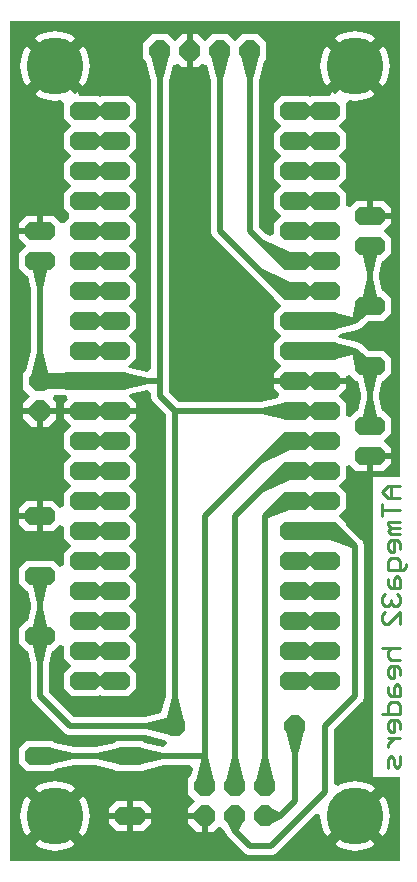
<source format=gbl>
%FSLAX25Y25*%
%MOIN*%
G70*
G01*
G75*
G04 Layer_Physical_Order=2*
G04 Layer_Color=16711680*
%ADD10C,0.02000*%
%ADD11C,0.01000*%
%ADD12P,0.07577X8X202.5*%
G04:AMPARAMS|DCode=13|XSize=60mil|YSize=100mil|CornerRadius=0mil|HoleSize=0mil|Usage=FLASHONLY|Rotation=270.000|XOffset=0mil|YOffset=0mil|HoleType=Round|Shape=Octagon|*
%AMOCTAGOND13*
4,1,8,0.05000,0.01500,0.05000,-0.01500,0.03500,-0.03000,-0.03500,-0.03000,-0.05000,-0.01500,-0.05000,0.01500,-0.03500,0.03000,0.03500,0.03000,0.05000,0.01500,0.0*
%
%ADD13OCTAGOND13*%

%ADD14P,0.07577X8X292.5*%
G04:AMPARAMS|DCode=15|XSize=100mil|YSize=60mil|CornerRadius=0mil|HoleSize=0mil|Usage=FLASHONLY|Rotation=180.000|XOffset=0mil|YOffset=0mil|HoleType=Round|Shape=Octagon|*
%AMOCTAGOND15*
4,1,8,-0.05000,0.01500,-0.05000,-0.01500,-0.03500,-0.03000,0.03500,-0.03000,0.05000,-0.01500,0.05000,0.01500,0.03500,0.03000,-0.03500,0.03000,-0.05000,0.01500,0.0*
%
%ADD15OCTAGOND15*%

%ADD16C,0.19000*%
G36*
X945000Y383000D02*
X936002D01*
Y283030D01*
X945000D01*
Y255000D01*
X815000D01*
Y535000D01*
X945000D01*
Y383000D01*
D02*
G37*
%LPC*%
G36*
X854000Y275157D02*
X850500D01*
X848000Y272657D01*
Y271158D01*
X854000D01*
Y275157D01*
D02*
G37*
G36*
X862000Y269158D02*
X856000D01*
Y265158D01*
X859500D01*
X862000Y267657D01*
Y269158D01*
D02*
G37*
G36*
X854000D02*
X848000D01*
Y267657D01*
X850500Y265158D01*
X854000D01*
Y269158D01*
D02*
G37*
G36*
X824000Y368843D02*
X818000D01*
Y367342D01*
X820500Y364843D01*
X824000D01*
Y368843D01*
D02*
G37*
G36*
X830000Y281536D02*
X828195Y281394D01*
X826435Y280971D01*
X824763Y280278D01*
X823391Y279437D01*
X830000Y272828D01*
X836609Y279437D01*
X835237Y280278D01*
X833565Y280971D01*
X831805Y281394D01*
X830000Y281536D01*
D02*
G37*
G36*
X859500Y275157D02*
X856000D01*
Y271158D01*
X862000D01*
Y272657D01*
X859500Y275157D01*
D02*
G37*
G36*
X820562Y276609D02*
X819722Y275237D01*
X819029Y273565D01*
X818606Y271805D01*
X818464Y270000D01*
X818606Y268195D01*
X819029Y266435D01*
X819722Y264763D01*
X820562Y263391D01*
X827172Y270000D01*
X820562Y276609D01*
D02*
G37*
G36*
X930000Y267172D02*
X923391Y260562D01*
X924763Y259722D01*
X926435Y259029D01*
X928195Y258607D01*
X930000Y258464D01*
X931805Y258607D01*
X933565Y259029D01*
X935237Y259722D01*
X936609Y260562D01*
X930000Y267172D01*
D02*
G37*
G36*
X830000D02*
X823391Y260562D01*
X824763Y259722D01*
X826435Y259029D01*
X828195Y258607D01*
X830000Y258464D01*
X831805Y258607D01*
X833565Y259029D01*
X835237Y259722D01*
X836609Y260562D01*
X830000Y267172D01*
D02*
G37*
G36*
X879000Y269000D02*
X874500D01*
Y267250D01*
X877250Y264500D01*
X879000D01*
Y269000D01*
D02*
G37*
G36*
X939437Y276609D02*
X932828Y270000D01*
X939437Y263391D01*
X940278Y264763D01*
X940971Y266435D01*
X941393Y268195D01*
X941536Y270000D01*
X941393Y271805D01*
X940971Y273565D01*
X940278Y275237D01*
X939437Y276609D01*
D02*
G37*
G36*
X839437D02*
X832828Y270000D01*
X839437Y263391D01*
X840278Y264763D01*
X840971Y266435D01*
X841393Y268195D01*
X841536Y270000D01*
X841393Y271805D01*
X840971Y273565D01*
X840278Y275237D01*
X839437Y276609D01*
D02*
G37*
G36*
X824000Y374843D02*
X820500D01*
X818000Y372342D01*
Y370843D01*
X824000D01*
Y374843D01*
D02*
G37*
G36*
X920562Y526609D02*
X919722Y525237D01*
X919029Y523565D01*
X918606Y521805D01*
X918464Y520000D01*
X918606Y518195D01*
X919029Y516435D01*
X919722Y514763D01*
X920562Y513391D01*
X927172Y520000D01*
X920562Y526609D01*
D02*
G37*
G36*
X839437D02*
X832828Y520000D01*
X839437Y513391D01*
X840278Y514763D01*
X840971Y516435D01*
X841393Y518195D01*
X841536Y520000D01*
X841393Y521805D01*
X840971Y523565D01*
X840278Y525237D01*
X839437Y526609D01*
D02*
G37*
G36*
X820562D02*
X819722Y525237D01*
X819029Y523565D01*
X818606Y521805D01*
X818464Y520000D01*
X818606Y518195D01*
X819029Y516435D01*
X819722Y514763D01*
X820562Y513391D01*
X827172Y520000D01*
X820562Y526609D01*
D02*
G37*
G36*
X939437D02*
X932828Y520000D01*
X939437Y513391D01*
X940278Y514763D01*
X940971Y516435D01*
X941393Y518195D01*
X941536Y520000D01*
X941393Y521805D01*
X940971Y523565D01*
X940278Y525237D01*
X939437Y526609D01*
D02*
G37*
G36*
X897750Y530500D02*
X892250D01*
X890000Y528250D01*
X887750Y530500D01*
X882250D01*
X880000Y528250D01*
X877750Y530500D01*
X876000D01*
Y524999D01*
Y519500D01*
X877750D01*
X879080Y520830D01*
X880530Y520444D01*
X881974Y515098D01*
Y465000D01*
X882077Y464217D01*
X882291Y463701D01*
X882380Y463487D01*
X882860Y462860D01*
X902860Y442860D01*
X903000Y442753D01*
Y442500D01*
X905500Y440000D01*
X903000Y437500D01*
Y432500D01*
X905500Y430000D01*
X903000Y427500D01*
Y422500D01*
X905500Y420000D01*
X903000Y417500D01*
Y416000D01*
X910001D01*
Y414000D01*
X903000D01*
Y412500D01*
X904749Y410751D01*
X904333Y409310D01*
X898662Y408026D01*
X871253D01*
X868026Y411253D01*
Y415000D01*
X868026Y415000D01*
X868026Y415000D01*
Y415000D01*
Y515098D01*
X869470Y520444D01*
X870920Y520830D01*
X872250Y519500D01*
X874000D01*
Y524999D01*
Y530500D01*
X872250D01*
X870000Y528250D01*
X867750Y530500D01*
X862250D01*
X859500Y527750D01*
Y524697D01*
X859496Y524665D01*
X859500Y524634D01*
Y522250D01*
X860242Y521508D01*
X861974Y515098D01*
Y419083D01*
X860802Y418147D01*
X855050Y419450D01*
X854500Y420000D01*
X857000Y422500D01*
Y427500D01*
X854500Y430000D01*
X857000Y432500D01*
Y437500D01*
X854500Y440000D01*
X857000Y442500D01*
Y447500D01*
X854500Y450000D01*
X857000Y452500D01*
Y457500D01*
X854500Y460000D01*
X857000Y462500D01*
Y467500D01*
X854500Y470000D01*
X857000Y472500D01*
Y477500D01*
X854500Y480000D01*
X857000Y482500D01*
Y487500D01*
X854500Y490000D01*
X857000Y492500D01*
Y497500D01*
X854500Y500000D01*
X857000Y502500D01*
Y507500D01*
X854500Y510000D01*
X845500D01*
X845000Y509500D01*
X844500Y510000D01*
X838166D01*
X837647Y511407D01*
X836781Y510667D01*
X836609Y510562D01*
X830000Y517172D01*
X823391Y510563D01*
X824763Y509722D01*
X826435Y509029D01*
X828195Y508606D01*
X830000Y508464D01*
X831805Y508606D01*
X831876Y508624D01*
X833000Y507500D01*
X833000D01*
X833000Y507500D01*
Y502500D01*
X835500Y500000D01*
X833000Y497500D01*
Y492500D01*
X835500Y490000D01*
X833000Y487500D01*
Y482500D01*
X835500Y480000D01*
X833000Y477500D01*
Y472500D01*
X834750Y470750D01*
Y469250D01*
X833000Y467500D01*
X833000D01*
D01*
X832000D01*
X829500Y470000D01*
X826000D01*
Y464999D01*
X825001D01*
Y464000D01*
X818000D01*
Y462500D01*
X820500Y460000D01*
X818000Y457500D01*
Y452500D01*
X820500Y450000D01*
X820992D01*
X821974Y445662D01*
Y424902D01*
X820242Y418492D01*
X819500Y417750D01*
Y415366D01*
X819496Y415335D01*
X819500Y415303D01*
Y412250D01*
X821750Y410000D01*
X819500Y407750D01*
Y406000D01*
X830500D01*
Y407750D01*
X829243Y409007D01*
X829851Y410379D01*
X833748Y410188D01*
X834288Y408788D01*
X833000Y407500D01*
Y406000D01*
X840001D01*
Y404000D01*
X833000D01*
Y402500D01*
X835500Y400000D01*
X833000Y397500D01*
Y392500D01*
X835500Y390000D01*
X833000Y387500D01*
Y382500D01*
X835500Y380000D01*
X833000Y377500D01*
Y373302D01*
X832909Y373265D01*
X832909Y373265D01*
X831614Y372728D01*
X829500Y374843D01*
X826000D01*
Y369842D01*
Y364843D01*
X829500D01*
X831614Y366957D01*
X833000Y366383D01*
Y362500D01*
X835500Y360000D01*
X833000Y357500D01*
Y353617D01*
X831614Y353043D01*
X829500Y355157D01*
X820500D01*
X818000Y352658D01*
Y347657D01*
X820500Y345158D01*
X820992D01*
X821974Y340819D01*
Y339338D01*
X820992Y335000D01*
X820500D01*
X818000Y332500D01*
Y327500D01*
X820500Y325000D01*
X820992D01*
X821974Y320662D01*
Y310000D01*
X822077Y309217D01*
X822291Y308701D01*
X822379Y308487D01*
X822860Y307860D01*
X832860Y297860D01*
X832860Y297860D01*
X833215Y297588D01*
X833487Y297379D01*
X833789Y297254D01*
X834217Y297077D01*
X835000Y296974D01*
X860098D01*
X866508Y295242D01*
X867250Y294500D01*
Y294500D01*
D01*
Y294019D01*
X866086Y293073D01*
X860004Y294338D01*
X859500Y294843D01*
X857181D01*
X857016Y294855D01*
X856952Y294843D01*
X853058D01*
X852996Y294854D01*
X852828Y294843D01*
X850500D01*
X850004Y294346D01*
X843562Y293026D01*
X836338D01*
X830050Y294450D01*
X829500Y295000D01*
X827226D01*
X827104Y295011D01*
X827039Y295000D01*
X820500D01*
X818000Y292500D01*
Y287500D01*
X820500Y285000D01*
X827039D01*
X827104Y284989D01*
X827226Y285000D01*
X829500D01*
X830050Y285550D01*
X836338Y286974D01*
X843509D01*
X849913Y285429D01*
X850500Y284842D01*
X852740D01*
X852823Y284834D01*
X852879Y284842D01*
X857135D01*
X857191Y284834D01*
X857270Y284842D01*
X859500D01*
X860097Y285439D01*
X866366Y286974D01*
X874949D01*
X875861Y285783D01*
X875242Y283492D01*
X874500Y282750D01*
Y280366D01*
X874496Y280335D01*
X874500Y280303D01*
Y277250D01*
X876750Y275000D01*
X874500Y272750D01*
Y271000D01*
X880001D01*
Y270001D01*
X881000D01*
Y264500D01*
X882750D01*
X885000Y266750D01*
X886284Y265466D01*
X887352Y263535D01*
X887369Y263513D01*
X887379Y263487D01*
X887396Y263465D01*
X887407Y263439D01*
X887620Y263173D01*
X887822Y262900D01*
X887843Y262882D01*
X887860Y262860D01*
X892860Y257860D01*
X893487Y257380D01*
X893852Y257228D01*
X894217Y257077D01*
X894308Y257065D01*
X895000Y256974D01*
X895000Y256974D01*
X902000D01*
X902783Y257077D01*
X903299Y257291D01*
X903513Y257380D01*
X904140Y257860D01*
X917119Y270840D01*
X918481Y270212D01*
X918464Y270000D01*
X918606Y268195D01*
X919029Y266435D01*
X919722Y264763D01*
X920562Y263391D01*
X928585Y271413D01*
D01*
X928586Y271414D01*
X928586Y271415D01*
D01*
X936609Y279437D01*
X935237Y280278D01*
X933565Y280971D01*
X931805Y281394D01*
X930000Y281536D01*
X928195Y281394D01*
X926435Y280971D01*
X924763Y280278D01*
X924335Y280016D01*
X923026Y280749D01*
Y298747D01*
X932140Y307860D01*
X932140Y307860D01*
X932348Y308133D01*
X932621Y308487D01*
X932923Y309217D01*
X933026Y310000D01*
X933026Y310000D01*
Y360000D01*
X933026Y360000D01*
X933023Y360022D01*
X933026Y360044D01*
X932990Y360288D01*
X932978Y360534D01*
X932956Y360606D01*
X932948Y360680D01*
X932930Y360730D01*
X932923Y360783D01*
X932914Y360804D01*
X932911Y360825D01*
X932814Y361052D01*
X932739Y361287D01*
X932698Y361350D01*
X932672Y361420D01*
X932641Y361464D01*
X932621Y361513D01*
X932607Y361530D01*
X932598Y361550D01*
X932446Y361744D01*
X932312Y361952D01*
X932257Y362002D01*
X932213Y362064D01*
X932172Y362097D01*
X932140Y362140D01*
X927140Y367140D01*
X927000Y367247D01*
Y367500D01*
X924500Y370000D01*
X927000Y372500D01*
Y377500D01*
X924500Y380000D01*
X927000Y382500D01*
Y386540D01*
X927147Y386601D01*
Y386601D01*
X928386Y387114D01*
X930500Y385000D01*
X934000D01*
Y390001D01*
X934999D01*
Y391000D01*
X942000D01*
Y392500D01*
X939500Y395000D01*
X942000Y397500D01*
Y402500D01*
X939500Y405000D01*
X939008D01*
X938026Y409338D01*
Y410662D01*
X939008Y415000D01*
X939500D01*
X942000Y417500D01*
Y422500D01*
X939500Y425000D01*
X934779D01*
X931916Y427342D01*
X931792Y427419D01*
X931683Y427515D01*
X931608Y427552D01*
X931542Y427603D01*
X931526Y427610D01*
X931513Y427621D01*
X931497Y427627D01*
X931484Y427637D01*
X931476Y427640D01*
X931469Y427646D01*
X931352Y427692D01*
X931244Y427758D01*
X931105Y427800D01*
X930974Y427865D01*
X930892Y427881D01*
X930816Y427914D01*
X930799Y427916D01*
X930783Y427923D01*
X930766Y427925D01*
X930750Y427931D01*
X925129Y429371D01*
X924500Y430000D01*
X925129Y430629D01*
X930750Y432069D01*
X930766Y432075D01*
X930783Y432077D01*
X930799Y432084D01*
X930816Y432086D01*
X930892Y432119D01*
X930974Y432135D01*
X931105Y432200D01*
X931244Y432242D01*
X931352Y432308D01*
X931469Y432354D01*
X931476Y432360D01*
X931484Y432363D01*
X931497Y432373D01*
X931513Y432379D01*
X931526Y432390D01*
X931542Y432397D01*
X931608Y432448D01*
X931683Y432485D01*
X931792Y432581D01*
X931916Y432658D01*
X934779Y435000D01*
X939500D01*
X942000Y437500D01*
Y442500D01*
X939500Y445000D01*
X939008D01*
X938026Y449338D01*
Y450662D01*
X939008Y455000D01*
X939500D01*
X942000Y457500D01*
Y462500D01*
X939500Y465000D01*
X942000Y467500D01*
Y469000D01*
X934999D01*
Y469999D01*
X934000D01*
Y475000D01*
X930500D01*
X928386Y472886D01*
X927147Y473399D01*
Y473399D01*
X927000Y473460D01*
Y477500D01*
X924500Y480000D01*
X927000Y482500D01*
Y487500D01*
X924500Y490000D01*
X927000Y492500D01*
Y497500D01*
X924500Y500000D01*
X927000Y502500D01*
Y507500D01*
X927000Y507500D01*
X927000D01*
X928124Y508624D01*
X928195Y508606D01*
X930000Y508464D01*
X931805Y508606D01*
X933565Y509029D01*
X935237Y509722D01*
X936609Y510563D01*
X930000Y517172D01*
X923391Y510562D01*
X923219Y510667D01*
X922353Y511407D01*
X921834Y510000D01*
X915500D01*
X915000Y509500D01*
X914500Y510000D01*
X905500D01*
X903000Y507500D01*
Y502500D01*
X905500Y500000D01*
X903000Y497500D01*
Y492500D01*
X905500Y490000D01*
X903000Y487500D01*
Y482500D01*
X905500Y480000D01*
X903000Y477500D01*
Y472500D01*
X905500Y470000D01*
X903000Y467500D01*
Y464120D01*
X901741Y463304D01*
X900353Y463927D01*
X898026Y466253D01*
Y515098D01*
X899758Y521508D01*
X900500Y522250D01*
Y524634D01*
X900504Y524665D01*
X900500Y524697D01*
Y527750D01*
X897750Y530500D01*
D02*
G37*
G36*
X930000Y531536D02*
X928195Y531393D01*
X926435Y530971D01*
X924763Y530278D01*
X923391Y529437D01*
X930000Y522828D01*
X936609Y529437D01*
X935237Y530278D01*
X933565Y530971D01*
X931805Y531393D01*
X930000Y531536D01*
D02*
G37*
G36*
X830000D02*
X828195Y531393D01*
X826435Y530971D01*
X824763Y530278D01*
X823391Y529437D01*
X830000Y522828D01*
X836609Y529437D01*
X835237Y530278D01*
X833565Y530971D01*
X831805Y531393D01*
X830000Y531536D01*
D02*
G37*
G36*
X830500Y404000D02*
X826000D01*
Y399500D01*
X827750D01*
X830500Y402250D01*
Y404000D01*
D02*
G37*
G36*
X824000D02*
X819500D01*
Y402250D01*
X822250Y399500D01*
X824000D01*
Y404000D01*
D02*
G37*
G36*
X942000Y389000D02*
X936000D01*
Y385000D01*
X939500D01*
X942000Y387500D01*
Y389000D01*
D02*
G37*
G36*
X939500Y475000D02*
X936000D01*
Y471000D01*
X942000D01*
Y472500D01*
X939500Y475000D01*
D02*
G37*
G36*
X824000Y470000D02*
X820500D01*
X818000Y467500D01*
Y466000D01*
X824000D01*
Y470000D01*
D02*
G37*
%LPD*%
G36*
X930500Y415000D02*
X930992D01*
X931974Y410662D01*
Y409338D01*
X930992Y405000D01*
X930500D01*
X928386Y402886D01*
X927000Y403460D01*
Y407500D01*
X924500Y410000D01*
X927000Y412500D01*
Y414000D01*
X919999D01*
Y416000D01*
X927000D01*
Y416540D01*
X928386Y417114D01*
X930500Y415000D01*
D02*
G37*
G36*
X861974Y410917D02*
Y410000D01*
X862077Y409217D01*
X862291Y408701D01*
X862379Y408487D01*
X862860Y407860D01*
X866974Y403747D01*
Y309902D01*
X865511Y304489D01*
X860098Y303026D01*
X836253D01*
X828026Y311253D01*
Y320662D01*
X829008Y325000D01*
X829500D01*
X831614Y327114D01*
X833000Y326540D01*
Y322500D01*
X835500Y320000D01*
X833000Y317500D01*
Y312500D01*
X835500Y310000D01*
X844500D01*
X845000Y310500D01*
X845500Y310000D01*
X854500D01*
X857000Y312500D01*
Y317500D01*
X854500Y320000D01*
X857000Y322500D01*
Y327500D01*
X854500Y330000D01*
X857000Y332500D01*
Y337500D01*
X854500Y340000D01*
X857000Y342500D01*
Y347500D01*
X854500Y350000D01*
X857000Y352500D01*
Y357500D01*
X854500Y360000D01*
X857000Y362500D01*
Y367500D01*
X854500Y370000D01*
X857000Y372500D01*
Y377500D01*
X854500Y380000D01*
X857000Y382500D01*
Y387500D01*
X854500Y390000D01*
X857000Y392500D01*
Y397500D01*
X854500Y400000D01*
X857000Y402500D01*
Y404000D01*
X849999D01*
Y406000D01*
X857000D01*
Y407500D01*
X854500Y410000D01*
X855050Y410550D01*
X860802Y411853D01*
X861974Y410917D01*
D02*
G37*
D10*
X825000Y341158D02*
Y350157D01*
X823012Y349935D02*
X825000Y341158D01*
X826988Y349935D01*
X912000Y365000D02*
X918000D01*
X912333Y363028D02*
X918000Y365000D01*
X912333Y366972D02*
X918000Y365000D01*
X912000D02*
X917750Y366984D01*
X912954Y363242D02*
X917750Y366984D01*
X911667Y366972D02*
X917750Y366984D01*
X912000Y365000D02*
X917750Y363016D01*
X911667Y363028D02*
X917750Y363016D01*
X912954Y366758D02*
X917750Y363016D01*
X912000Y365000D02*
X920000D01*
X912250Y363016D02*
X920000Y365000D01*
X912250Y366984D02*
X920000Y365000D01*
X900000Y370000D02*
X908000Y375000D01*
X900000Y370000D02*
X906766Y376574D01*
X900000Y370000D02*
X908874Y373201D01*
X898521Y378521D02*
X908000Y385000D01*
X898521Y378521D02*
X906732Y386547D01*
X898521Y378521D02*
X908980Y383257D01*
X898416Y388416D02*
X908000Y395000D01*
X898416Y388416D02*
X906730Y396545D01*
X898416Y388416D02*
X908986Y393260D01*
X899000Y405000D02*
X908000D01*
X899000D02*
X907778Y406988D01*
X899000Y405000D02*
X907778Y403012D01*
X912000Y425000D02*
X917750Y423016D01*
X911667Y423028D02*
X917750Y423016D01*
X912954Y426758D02*
X917750Y423016D01*
X912000Y425000D02*
X918000D01*
X912333Y423028D02*
X918000Y425000D01*
X912333Y426972D02*
X918000Y425000D01*
X912000D02*
X917750Y426984D01*
X912954Y423242D02*
X917750Y426984D01*
X911667Y426972D02*
X917750Y426984D01*
X912000Y425000D02*
X920000D01*
X912250Y423016D02*
X920000Y425000D01*
X912250Y426984D02*
X920000Y425000D01*
X912000Y435000D02*
X918000D01*
X912333Y433028D02*
X918000Y435000D01*
X912333Y436972D02*
X918000Y435000D01*
X912000D02*
X917750Y436984D01*
X912954Y433242D02*
X917750Y436984D01*
X911667Y436972D02*
X917750Y436984D01*
X912000Y435000D02*
X917750Y433016D01*
X911667Y433028D02*
X917750Y433016D01*
X912954Y436758D02*
X917750Y433016D01*
X912000Y435000D02*
X920000D01*
X912250Y433016D02*
X920000Y435000D01*
X912250Y436984D02*
X920000Y435000D01*
X898459Y451541D02*
X908000Y445000D01*
X898459Y451541D02*
X908984Y446741D01*
X898459Y451541D02*
X906731Y443454D01*
X898607Y461393D02*
X908000Y455000D01*
X898607Y461393D02*
X908975Y456746D01*
X898607Y461393D02*
X906734Y453452D01*
X842000Y415000D02*
X848000D01*
X842000D02*
X847667Y416972D01*
X842000Y415000D02*
X847667Y413028D01*
X842250Y413016D02*
X848000Y415000D01*
X842250Y413016D02*
X847046Y416758D01*
X842250Y413016D02*
X848333Y413028D01*
X842250Y416984D02*
X848000Y415000D01*
X842250Y416984D02*
X848333Y416972D01*
X842250Y416984D02*
X847046Y413242D01*
X840000Y415000D02*
X848000D01*
X840000D02*
X847750Y416984D01*
X840000Y415000D02*
X847750Y413016D01*
X852000Y415000D02*
X861000D01*
X852222Y413012D02*
X861000Y415000D01*
X852222Y416988D02*
X861000Y415000D01*
X825000Y446000D02*
Y455000D01*
X823012Y454778D02*
X825000Y446000D01*
X826988Y454778D01*
X930000Y425000D02*
X933000Y420000D01*
X930000Y425000D02*
X934513Y421308D01*
X930000Y425000D02*
X931134Y419280D01*
X935000Y411000D02*
Y420000D01*
X933012Y419778D02*
X935000Y411000D01*
X936988Y419778D01*
X930000Y435000D02*
X933000Y440000D01*
X930000Y435000D02*
X931134Y440720D01*
X930000Y435000D02*
X934513Y438692D01*
X935000Y449000D02*
X936988Y440222D01*
X933012D02*
X935000Y449000D01*
X825000Y321000D02*
X825000Y330000D01*
X823012Y329778D02*
X825000Y321000D01*
X826988Y329778D01*
X825000Y339000D02*
X825000Y330000D01*
X825000Y339000D02*
X826988Y330222D01*
X823012D02*
X825000Y339000D01*
X827000Y290000D02*
X836000D01*
X827222Y288012D02*
X836000Y290000D01*
X827222Y291988D02*
X836000Y290000D01*
X843869D02*
X853000Y289843D01*
X843869Y290000D02*
X852815Y291834D01*
X843869Y290000D02*
X852747Y287859D01*
X857000Y289843D02*
X866001Y290000D01*
X857257Y287859D02*
X866001Y290000D01*
X857187Y291834D02*
X866001Y290000D01*
X922000Y435000D02*
X930000D01*
X922250Y433016D02*
X930000Y435000D01*
X922250Y436984D02*
X930000Y435000D01*
X910000D02*
X918000D01*
X910000D02*
X917750Y436984D01*
X910000Y435000D02*
X917750Y433016D01*
X922000Y425000D02*
X930000D01*
X922250Y423016D02*
X930000Y425000D01*
X922250Y426984D02*
X930000Y425000D01*
X910000D02*
X918000D01*
X910000D02*
X917750Y426984D01*
X910000Y425000D02*
X917750Y423016D01*
X922000Y365000D02*
X930000Y360000D01*
X921126Y363201D02*
X930000Y360000D01*
X923234Y366574D02*
X930000Y360000D01*
X910000Y365000D02*
X918000D01*
X910000D02*
X917750Y366984D01*
X910000Y365000D02*
X917750Y363016D01*
X829000Y415000D02*
X838000D01*
X829000D02*
X837778Y416988D01*
X829000Y415000D02*
X837778Y413012D01*
X842000Y415000D02*
X850000D01*
X842250Y413016D02*
X850000Y415000D01*
X842250Y416984D02*
X850000Y415000D01*
X828799Y413459D02*
X838000Y415000D01*
X828799Y413459D02*
X837460Y416926D01*
X828799Y413459D02*
X838117Y413003D01*
X834500Y415000D02*
X838000D01*
X834500D02*
X837429Y416917D01*
X834500Y415000D02*
X837429Y413083D01*
X828799Y416540D02*
X838000Y415000D01*
X828799Y416540D02*
X838117Y416997D01*
X828799Y416540D02*
X837460Y413074D01*
X834500Y415000D02*
X838000D01*
X834500D02*
X837429Y416917D01*
X834500Y415000D02*
X837429Y413083D01*
X825329Y412522D02*
X834500Y415000D01*
X825329Y417478D02*
X834500Y415000D01*
X825000Y424500D02*
X827478Y415329D01*
X822522D02*
X825000Y424500D01*
X860500Y300000D02*
X870000D01*
X860500D02*
X869671Y302478D01*
X860500Y300000D02*
X869671Y297522D01*
X870000Y309500D02*
X872478Y300329D01*
X867522D02*
X870000Y309500D01*
X910000Y290500D02*
Y300000D01*
X907522Y299671D02*
X910000Y290500D01*
X912478Y299671D01*
X935000Y409000D02*
X936988Y400222D01*
X933012D02*
X935000Y409000D01*
Y451000D02*
Y460000D01*
X933012Y459778D02*
X935000Y451000D01*
X936988Y459778D01*
X895000Y515500D02*
Y525000D01*
X892522Y524671D02*
X895000Y515500D01*
X897478Y524671D01*
X885000Y515500D02*
Y525000D01*
X882522Y524671D02*
X885000Y515500D01*
X887478Y524671D01*
X865000Y515500D02*
Y525000D01*
X862522Y524671D02*
X865000Y515500D01*
X867478Y524671D01*
X880000Y289500D02*
X882478Y280329D01*
X877522D02*
X880000Y289500D01*
X890000Y265000D02*
Y270000D01*
X887579Y269375D02*
X890000Y265000D01*
X892421Y269375D01*
X890000Y289500D02*
X892478Y280329D01*
X887522D02*
X890000Y289500D01*
X900625Y267579D02*
X905000Y270000D01*
X900625Y272421D02*
X905000Y270000D01*
X900000Y289500D02*
X902478Y280329D01*
X897522D02*
X900000Y289500D01*
X825000Y310000D02*
Y350157D01*
X865000Y410000D02*
Y415000D01*
Y410000D02*
X870000Y405000D01*
X910000D01*
X870000Y300000D02*
Y405000D01*
X920000Y365000D02*
X925000D01*
X930000Y360000D01*
Y310000D02*
Y360000D01*
X920000Y300000D02*
X930000Y310000D01*
X935000Y440000D02*
Y460000D01*
X930000Y435000D02*
X935000Y440000D01*
X920000Y435000D02*
X930000D01*
X910000D02*
X920000D01*
X935000Y400000D02*
Y420000D01*
X930000Y425000D02*
X935000Y420000D01*
X920000Y425000D02*
X930000D01*
X910000D02*
X920000D01*
Y278000D02*
Y300000D01*
X902000Y260000D02*
X920000Y278000D01*
X910000Y365000D02*
X920000D01*
X835000Y300000D02*
X870000D01*
X825000Y310000D02*
X835000Y300000D01*
X840000Y415000D02*
X850000D01*
X825000D02*
X840000D01*
X825000D02*
Y455000D01*
X895000Y260000D02*
X902000D01*
X910000Y275000D02*
Y300000D01*
X905000Y270000D02*
X910000Y275000D01*
X900000Y270000D02*
X905000D01*
X890000Y265000D02*
X895000Y260000D01*
X890000Y265000D02*
Y270000D01*
X850000Y415000D02*
X865000D01*
Y525000D01*
X850000Y290000D02*
X880000D01*
Y370000D01*
Y280000D02*
Y290000D01*
X825000D02*
X850000D01*
X890000Y280000D02*
Y370000D01*
X900000Y280000D02*
Y370000D01*
X905000Y445000D02*
X910000D01*
X885000Y465000D02*
X905000Y445000D01*
X885000Y465000D02*
Y525000D01*
X895000Y465000D02*
Y525000D01*
Y465000D02*
X905000Y455000D01*
X910000D01*
X905000Y395000D02*
X910000D01*
X880000Y370000D02*
X905000Y395000D01*
Y385000D02*
X910000D01*
X890000Y370000D02*
X905000Y385000D01*
Y375000D02*
X910000D01*
X900000Y370000D02*
X905000Y375000D01*
D11*
X945000Y380000D02*
X941001D01*
X939002Y378001D01*
X941001Y376001D01*
X945000D01*
X942001D01*
Y380000D01*
X939002Y374002D02*
Y370003D01*
Y372003D01*
X945000D01*
Y368004D02*
X941001D01*
Y367004D01*
X942001Y366004D01*
X945000D01*
X942001D01*
X941001Y365005D01*
X942001Y364005D01*
X945000D01*
Y359007D02*
Y361006D01*
X944000Y362006D01*
X942001D01*
X941001Y361006D01*
Y359007D01*
X942001Y358007D01*
X943001D01*
Y362006D01*
X946999Y354008D02*
Y353009D01*
X946000Y352009D01*
X941001D01*
Y355008D01*
X942001Y356008D01*
X944000D01*
X945000Y355008D01*
Y352009D01*
X941001Y349010D02*
Y347011D01*
X942001Y346011D01*
X945000D01*
Y349010D01*
X944000Y350010D01*
X943001Y349010D01*
Y346011D01*
X940002Y344012D02*
X939002Y343012D01*
Y341013D01*
X940002Y340013D01*
X941001D01*
X942001Y341013D01*
Y342012D01*
Y341013D01*
X943001Y340013D01*
X944000D01*
X945000Y341013D01*
Y343012D01*
X944000Y344012D01*
X945000Y334015D02*
Y338014D01*
X941001Y334015D01*
X940002D01*
X939002Y335015D01*
Y337014D01*
X940002Y338014D01*
X939002Y326017D02*
X945000D01*
X942001D01*
X941001Y325018D01*
Y323018D01*
X942001Y322019D01*
X945000D01*
Y317020D02*
Y319020D01*
X944000Y320019D01*
X942001D01*
X941001Y319020D01*
Y317020D01*
X942001Y316021D01*
X943001D01*
Y320019D01*
X941001Y313022D02*
Y311022D01*
X942001Y310023D01*
X945000D01*
Y313022D01*
X944000Y314021D01*
X943001Y313022D01*
Y310023D01*
X939002Y304025D02*
X945000D01*
Y307024D01*
X944000Y308023D01*
X942001D01*
X941001Y307024D01*
Y304025D01*
X945000Y299026D02*
Y301026D01*
X944000Y302025D01*
X942001D01*
X941001Y301026D01*
Y299026D01*
X942001Y298026D01*
X943001D01*
Y302025D01*
X941001Y296027D02*
X945000D01*
X943001D01*
X942001Y295027D01*
X941001Y294028D01*
Y293028D01*
X945000Y290029D02*
Y287030D01*
X944000Y286030D01*
X943001Y287030D01*
Y289029D01*
X942001Y290029D01*
X941001Y289029D01*
Y286030D01*
D12*
X900000Y280000D02*
D03*
Y270000D02*
D03*
X890000Y280000D02*
D03*
Y270000D02*
D03*
X880000Y280000D02*
D03*
Y270000D02*
D03*
X865000Y525000D02*
D03*
X875000D02*
D03*
X885000D02*
D03*
X895000D02*
D03*
X910000Y300000D02*
D03*
X870000D02*
D03*
D13*
X935000Y460000D02*
D03*
Y470000D02*
D03*
Y400000D02*
D03*
Y390000D02*
D03*
X855000Y270158D02*
D03*
X855000Y289843D02*
D03*
X825000Y290000D02*
D03*
Y330000D02*
D03*
X935000Y440000D02*
D03*
Y420000D02*
D03*
X825000Y465000D02*
D03*
Y455000D02*
D03*
X825000Y369843D02*
D03*
X825000Y350157D02*
D03*
D14*
X825000Y415000D02*
D03*
Y405000D02*
D03*
D15*
X840000Y315000D02*
D03*
Y325000D02*
D03*
Y335000D02*
D03*
Y345000D02*
D03*
Y355000D02*
D03*
Y365000D02*
D03*
Y375000D02*
D03*
Y385000D02*
D03*
Y395000D02*
D03*
Y405000D02*
D03*
Y415000D02*
D03*
Y425000D02*
D03*
Y435000D02*
D03*
Y445000D02*
D03*
Y455000D02*
D03*
Y465000D02*
D03*
Y475000D02*
D03*
Y485000D02*
D03*
Y495000D02*
D03*
Y505000D02*
D03*
X920000Y315000D02*
D03*
Y325000D02*
D03*
Y335000D02*
D03*
Y345000D02*
D03*
Y355000D02*
D03*
Y365000D02*
D03*
Y375000D02*
D03*
Y385000D02*
D03*
Y395000D02*
D03*
Y405000D02*
D03*
Y415000D02*
D03*
Y425000D02*
D03*
Y435000D02*
D03*
Y445000D02*
D03*
Y455000D02*
D03*
Y465000D02*
D03*
Y475000D02*
D03*
Y485000D02*
D03*
Y495000D02*
D03*
Y505000D02*
D03*
X850000D02*
D03*
Y495000D02*
D03*
Y485000D02*
D03*
Y475000D02*
D03*
Y465000D02*
D03*
Y455000D02*
D03*
Y445000D02*
D03*
Y435000D02*
D03*
Y425000D02*
D03*
Y415000D02*
D03*
Y405000D02*
D03*
Y395000D02*
D03*
Y385000D02*
D03*
Y375000D02*
D03*
Y365000D02*
D03*
Y355000D02*
D03*
Y345000D02*
D03*
Y335000D02*
D03*
Y325000D02*
D03*
Y315000D02*
D03*
X910000Y505000D02*
D03*
Y495000D02*
D03*
Y485000D02*
D03*
Y475000D02*
D03*
Y465000D02*
D03*
Y455000D02*
D03*
Y445000D02*
D03*
Y435000D02*
D03*
Y425000D02*
D03*
Y415000D02*
D03*
Y405000D02*
D03*
Y395000D02*
D03*
Y385000D02*
D03*
Y375000D02*
D03*
Y365000D02*
D03*
Y355000D02*
D03*
Y345000D02*
D03*
Y335000D02*
D03*
Y325000D02*
D03*
Y315000D02*
D03*
D16*
X830000Y520000D02*
D03*
Y270000D02*
D03*
X930000D02*
D03*
Y520000D02*
D03*
M02*

</source>
